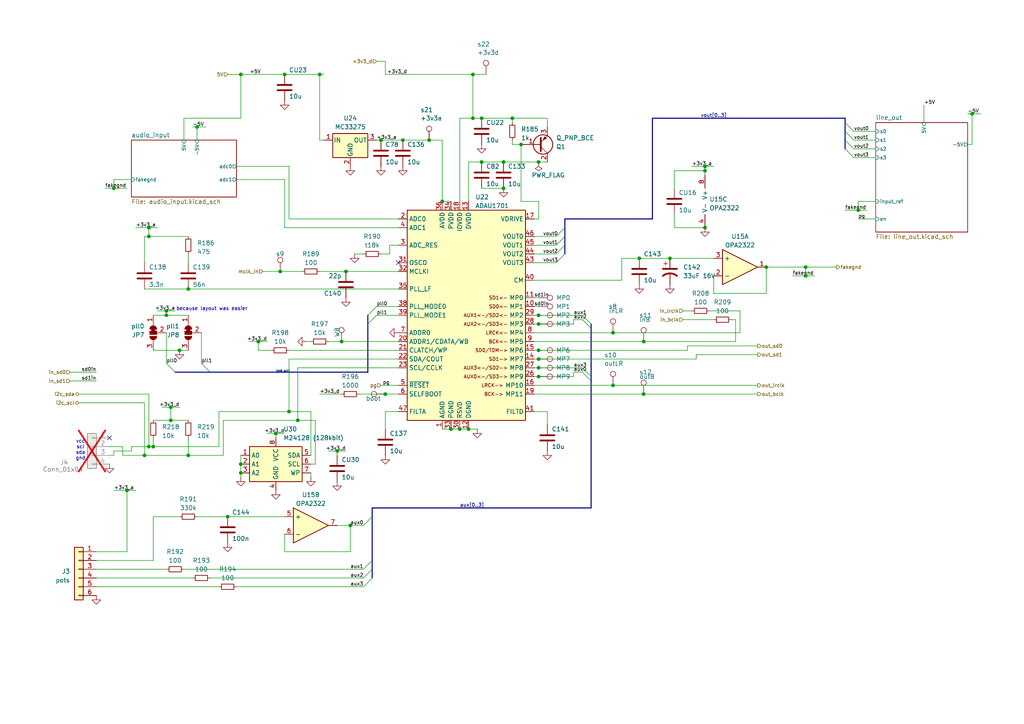
<source format=kicad_sch>
(kicad_sch (version 20231120) (generator "eeschema") (generator_version "8.0")
  (paper "A4")
  (junction (at 135.89 124.46))
  (junction (at 146.05 46.99))
  (junction (at 139.7 46.99))
  (junction (at 116.84 40.64))
  (junction (at 204.47 48.26))
  (junction (at 49.53 121.92))
  (junction (at 156.21 101.6))
  (junction (at 156.21 104.14))
  (junction (at 81.28 78.74))
  (junction (at 111.76 114.3))
  (junction (at 186.69 99.06))
  (junction (at 139.7 34.29))
  (junction (at 156.21 93.98))
  (junction (at 124.46 40.64))
  (junction (at 177.8 96.52))
  (junction (at 97.79 130.81))
  (junction (at 148.59 34.29))
  (junction (at 49.53 118.11))
  (junction (at 82.55 21.59))
  (junction (at 156.21 46.99))
  (junction (at 204.47 66.04))
  (junction (at 86.36 121.92))
  (junction (at 128.27 58.42))
  (junction (at 43.18 68.58))
  (junction (at 156.21 109.22))
  (junction (at 69.85 137.16))
  (junction (at 66.04 149.86))
  (junction (at 137.16 21.59))
  (junction (at 83.82 119.38))
  (junction (at 54.61 132.08))
  (junction (at 133.35 124.46))
  (junction (at 186.69 114.3))
  (junction (at 156.21 91.44))
  (junction (at 281.94 33.02))
  (junction (at 194.31 74.93))
  (junction (at 57.15 36.83))
  (junction (at 233.68 80.01))
  (junction (at 33.02 54.61))
  (junction (at 233.68 77.47))
  (junction (at 44.45 129.54))
  (junction (at 156.21 106.68))
  (junction (at 177.8 111.76))
  (junction (at 41.91 132.08))
  (junction (at 185.42 74.93))
  (junction (at 92.71 21.59))
  (junction (at 74.93 99.06))
  (junction (at 99.06 99.06))
  (junction (at 43.18 129.54))
  (junction (at 222.25 77.47))
  (junction (at 48.26 90.17))
  (junction (at 36.83 142.24))
  (junction (at 110.49 40.64))
  (junction (at 80.01 125.73))
  (junction (at 52.07 101.6))
  (junction (at 248.92 60.96))
  (junction (at 54.61 83.82))
  (junction (at 69.85 21.59))
  (junction (at 43.18 66.04))
  (junction (at 100.33 78.74))
  (junction (at 69.85 134.62))
  (junction (at 137.16 34.29))
  (junction (at 130.81 124.46))
  (junction (at 204.47 49.53))
  (junction (at 48.26 91.44))
  (junction (at 146.05 54.61))
  (junction (at 151.13 41.91))
  (junction (at 101.6 152.4))
  (no_connect (at 115.57 76.2))
  (no_connect (at 31.75 127))
  (bus_entry (at 106.68 91.44) (size 2.54 -2.54))
  (bus_entry (at 171.45 109.22) (size -2.54 -2.54))
  (bus_entry (at 107.95 167.64) (size -2.54 2.54))
  (bus_entry (at 106.68 93.98) (size 2.54 -2.54))
  (bus_entry (at 245.11 35.56) (size 2.54 2.54))
  (bus_entry (at 171.45 95.25) (size -2.54 -2.54))
  (bus_entry (at 245.11 38.1) (size 2.54 2.54))
  (bus_entry (at 245.11 43.18) (size 2.54 2.54))
  (bus_entry (at 107.95 165.1) (size -2.54 2.54))
  (bus_entry (at 163.83 66.04) (size -2.54 2.54))
  (bus_entry (at 163.83 71.12) (size -2.54 2.54))
  (bus_entry (at 171.45 110.49) (size -2.54 -2.54))
  (bus_entry (at 107.95 149.86) (size -2.54 2.54))
  (bus_entry (at 107.95 162.56) (size -2.54 2.54))
  (bus_entry (at 163.83 73.66) (size -2.54 2.54))
  (bus_entry (at 171.45 93.98) (size -2.54 -2.54))
  (bus_entry (at 245.11 40.64) (size 2.54 2.54))
  (bus_entry (at 60.96 107.95) (size -2.54 -2.54))
  (bus_entry (at 50.8 107.95) (size -2.54 -2.54))
  (bus_entry (at 163.83 68.58) (size -2.54 2.54))
  (wire (pts (xy 92.71 40.64) (xy 92.71 21.59)))
  (wire (pts (xy 27.94 170.18) (xy 63.5 170.18)))
  (wire (pts (xy 156.21 109.22) (xy 154.94 109.22)))
  (bus (pts (xy 163.83 71.12) (xy 163.83 68.58)))
  (wire (pts (xy 154.94 99.06) (xy 186.69 99.06)))
  (wire (pts (xy 27.94 107.95) (xy 20.32 107.95)))
  (bus (pts (xy 106.68 91.44) (xy 106.68 93.98)))
  (bus (pts (xy 163.83 66.04) (xy 163.83 63.5)))
  (wire (pts (xy 38.1 129.54) (xy 43.18 129.54)))
  (wire (pts (xy 43.18 66.04) (xy 43.18 68.58)))
  (wire (pts (xy 101.6 160.02) (xy 101.6 152.4)))
  (wire (pts (xy 245.11 60.96) (xy 248.92 60.96)))
  (wire (pts (xy 137.16 34.29) (xy 139.7 34.29)))
  (wire (pts (xy 97.79 130.81) (xy 100.33 130.81)))
  (wire (pts (xy 111.76 17.78) (xy 111.76 21.59)))
  (wire (pts (xy 41.91 132.08) (xy 54.61 132.08)))
  (wire (pts (xy 135.89 46.99) (xy 135.89 58.42)))
  (wire (pts (xy 82.55 160.02) (xy 101.6 160.02)))
  (wire (pts (xy 57.15 36.83) (xy 59.69 36.83)))
  (wire (pts (xy 110.49 73.66) (xy 113.03 73.66)))
  (wire (pts (xy 95.25 130.81) (xy 97.79 130.81)))
  (wire (pts (xy 248.92 63.5) (xy 254 63.5)))
  (wire (pts (xy 109.22 88.9) (xy 115.57 88.9)))
  (wire (pts (xy 207.01 80.01) (xy 207.01 85.09)))
  (wire (pts (xy 31.75 132.08) (xy 33.02 132.08)))
  (wire (pts (xy 109.22 91.44) (xy 115.57 91.44)))
  (wire (pts (xy 154.94 114.3) (xy 186.69 114.3)))
  (wire (pts (xy 128.27 58.42) (xy 130.81 58.42)))
  (wire (pts (xy 57.15 36.83) (xy 57.15 40.64)))
  (wire (pts (xy 154.94 88.9) (xy 156.21 88.9)))
  (wire (pts (xy 86.36 106.68) (xy 115.57 106.68)))
  (bus (pts (xy 106.68 93.98) (xy 106.68 107.95)))
  (wire (pts (xy 44.45 162.56) (xy 44.45 149.86)))
  (wire (pts (xy 39.37 66.04) (xy 43.18 66.04)))
  (wire (pts (xy 68.58 170.18) (xy 105.41 170.18)))
  (wire (pts (xy 82.55 66.04) (xy 82.55 52.07)))
  (wire (pts (xy 139.7 46.99) (xy 135.89 46.99)))
  (bus (pts (xy 171.45 109.22) (xy 171.45 110.49)))
  (wire (pts (xy 69.85 137.16) (xy 69.85 138.43)))
  (wire (pts (xy 27.94 162.56) (xy 44.45 162.56)))
  (wire (pts (xy 213.36 92.71) (xy 213.36 99.06)))
  (wire (pts (xy 154.94 68.58) (xy 161.29 68.58)))
  (wire (pts (xy 151.13 58.42) (xy 151.13 41.91)))
  (wire (pts (xy 95.25 99.06) (xy 99.06 99.06)))
  (wire (pts (xy 22.86 116.84) (xy 41.91 116.84)))
  (wire (pts (xy 97.79 152.4) (xy 101.6 152.4)))
  (wire (pts (xy 90.17 137.16) (xy 90.17 138.43)))
  (wire (pts (xy 201.93 102.87) (xy 201.93 104.14)))
  (wire (pts (xy 180.34 74.93) (xy 180.34 81.28)))
  (wire (pts (xy 83.82 63.5) (xy 115.57 63.5)))
  (wire (pts (xy 30.48 54.61) (xy 33.02 54.61)))
  (wire (pts (xy 72.39 99.06) (xy 74.93 99.06)))
  (wire (pts (xy 43.18 114.3) (xy 43.18 129.54)))
  (wire (pts (xy 154.94 104.14) (xy 156.21 104.14)))
  (wire (pts (xy 45.72 90.17) (xy 48.26 90.17)))
  (wire (pts (xy 77.47 125.73) (xy 80.01 125.73)))
  (wire (pts (xy 81.28 78.74) (xy 87.63 78.74)))
  (wire (pts (xy 27.94 160.02) (xy 36.83 160.02)))
  (wire (pts (xy 44.45 91.44) (xy 48.26 91.44)))
  (wire (pts (xy 128.27 40.64) (xy 128.27 58.42)))
  (wire (pts (xy 35.56 132.08) (xy 41.91 132.08)))
  (wire (pts (xy 195.58 49.53) (xy 204.47 49.53)))
  (wire (pts (xy 133.35 124.46) (xy 135.89 124.46)))
  (wire (pts (xy 44.45 129.54) (xy 63.5 129.54)))
  (wire (pts (xy 111.76 124.46) (xy 111.76 119.38)))
  (wire (pts (xy 104.14 114.3) (xy 111.76 114.3)))
  (wire (pts (xy 54.61 101.6) (xy 52.07 101.6)))
  (wire (pts (xy 69.85 134.62) (xy 69.85 137.16)))
  (wire (pts (xy 64.77 132.08) (xy 64.77 121.92)))
  (wire (pts (xy 214.63 90.17) (xy 214.63 96.52)))
  (wire (pts (xy 180.34 74.93) (xy 185.42 74.93)))
  (wire (pts (xy 83.82 119.38) (xy 90.17 119.38)))
  (wire (pts (xy 92.71 78.74) (xy 100.33 78.74)))
  (wire (pts (xy 49.53 118.11) (xy 49.53 121.92)))
  (wire (pts (xy 156.21 104.14) (xy 201.93 104.14)))
  (wire (pts (xy 139.7 54.61) (xy 146.05 54.61)))
  (bus (pts (xy 171.45 95.25) (xy 171.45 109.22)))
  (wire (pts (xy 247.65 40.64) (xy 254 40.64)))
  (wire (pts (xy 148.59 41.91) (xy 148.59 40.64)))
  (wire (pts (xy 48.26 91.44) (xy 54.61 91.44)))
  (wire (pts (xy 204.47 48.26) (xy 207.01 48.26)))
  (wire (pts (xy 133.35 34.29) (xy 137.16 34.29)))
  (wire (pts (xy 198.12 90.17) (xy 200.66 90.17)))
  (wire (pts (xy 199.39 101.6) (xy 156.21 101.6)))
  (wire (pts (xy 130.81 124.46) (xy 133.35 124.46)))
  (wire (pts (xy 93.98 40.64) (xy 92.71 40.64)))
  (wire (pts (xy 166.37 92.71) (xy 166.37 93.98)))
  (wire (pts (xy 166.37 93.98) (xy 156.21 93.98)))
  (wire (pts (xy 207.01 85.09) (xy 222.25 85.09)))
  (wire (pts (xy 102.87 73.66) (xy 105.41 73.66)))
  (wire (pts (xy 74.93 101.6) (xy 74.93 99.06)))
  (wire (pts (xy 83.82 48.26) (xy 83.82 63.5)))
  (bus (pts (xy 107.95 165.1) (xy 107.95 162.56)))
  (wire (pts (xy 248.92 58.42) (xy 254 58.42)))
  (wire (pts (xy 204.47 48.26) (xy 204.47 49.53)))
  (wire (pts (xy 44.45 101.6) (xy 52.07 101.6)))
  (wire (pts (xy 69.85 34.29) (xy 53.34 34.29)))
  (wire (pts (xy 100.33 78.74) (xy 115.57 78.74)))
  (wire (pts (xy 44.45 127) (xy 44.45 129.54)))
  (wire (pts (xy 48.26 90.17) (xy 50.8 90.17)))
  (wire (pts (xy 33.02 142.24) (xy 36.83 142.24)))
  (wire (pts (xy 41.91 68.58) (xy 43.18 68.58)))
  (wire (pts (xy 113.03 71.12) (xy 115.57 71.12)))
  (wire (pts (xy 219.71 100.33) (xy 199.39 100.33)))
  (bus (pts (xy 245.11 38.1) (xy 245.11 40.64)))
  (wire (pts (xy 57.15 149.86) (xy 66.04 149.86)))
  (wire (pts (xy 49.53 121.92) (xy 54.61 121.92)))
  (wire (pts (xy 148.59 34.29) (xy 148.59 35.56)))
  (wire (pts (xy 247.65 43.18) (xy 254 43.18)))
  (wire (pts (xy 69.85 21.59) (xy 82.55 21.59)))
  (bus (pts (xy 245.11 40.64) (xy 245.11 43.18)))
  (wire (pts (xy 110.49 40.64) (xy 116.84 40.64)))
  (wire (pts (xy 154.94 76.2) (xy 161.29 76.2)))
  (wire (pts (xy 154.94 111.76) (xy 177.8 111.76)))
  (wire (pts (xy 54.61 127) (xy 54.61 132.08)))
  (wire (pts (xy 124.46 40.64) (xy 128.27 40.64)))
  (bus (pts (xy 171.45 93.98) (xy 171.45 95.25)))
  (wire (pts (xy 80.01 125.73) (xy 80.01 127)))
  (wire (pts (xy 111.76 114.3) (xy 115.57 114.3)))
  (wire (pts (xy 66.04 149.86) (xy 82.55 149.86)))
  (wire (pts (xy 154.94 71.12) (xy 161.29 71.12)))
  (wire (pts (xy 139.7 34.29) (xy 148.59 34.29)))
  (wire (pts (xy 151.13 41.91) (xy 148.59 41.91)))
  (wire (pts (xy 41.91 76.2) (xy 41.91 68.58)))
  (wire (pts (xy 154.94 96.52) (xy 177.8 96.52)))
  (wire (pts (xy 154.94 101.6) (xy 156.21 101.6)))
  (wire (pts (xy 33.02 52.07) (xy 33.02 54.61)))
  (wire (pts (xy 233.68 80.01) (xy 236.22 80.01)))
  (wire (pts (xy 247.65 38.1) (xy 254 38.1)))
  (bus (pts (xy 107.95 167.64) (xy 107.95 165.1)))
  (wire (pts (xy 166.37 109.22) (xy 156.21 109.22)))
  (wire (pts (xy 83.82 101.6) (xy 115.57 101.6)))
  (wire (pts (xy 38.1 52.07) (xy 33.02 52.07)))
  (wire (pts (xy 111.76 17.78) (xy 109.22 17.78)))
  (wire (pts (xy 92.71 21.59) (xy 93.98 21.59)))
  (bus (pts (xy 60.96 107.95) (xy 106.68 107.95)))
  (wire (pts (xy 166.37 92.71) (xy 168.91 92.71)))
  (wire (pts (xy 200.66 48.26) (xy 204.47 48.26)))
  (wire (pts (xy 137.16 21.59) (xy 137.16 34.29)))
  (wire (pts (xy 166.37 107.95) (xy 166.37 109.22)))
  (wire (pts (xy 36.83 160.02) (xy 36.83 142.24)))
  (wire (pts (xy 74.93 99.06) (xy 77.47 99.06)))
  (wire (pts (xy 177.8 96.52) (xy 214.63 96.52)))
  (wire (pts (xy 82.55 154.94) (xy 82.55 160.02)))
  (wire (pts (xy 69.85 132.08) (xy 69.85 134.62)))
  (wire (pts (xy 154.94 63.5) (xy 156.21 63.5)))
  (wire (pts (xy 180.34 81.28) (xy 154.94 81.28)))
  (wire (pts (xy 166.37 107.95) (xy 168.91 107.95)))
  (wire (pts (xy 41.91 116.84) (xy 41.91 132.08)))
  (wire (pts (xy 36.83 142.24) (xy 39.37 142.24)))
  (wire (pts (xy 54.61 83.82) (xy 115.57 83.82)))
  (wire (pts (xy 229.87 80.01) (xy 233.68 80.01)))
  (wire (pts (xy 91.44 121.92) (xy 91.44 134.62)))
  (wire (pts (xy 281.94 33.02) (xy 284.48 33.02)))
  (wire (pts (xy 248.92 60.96) (xy 251.46 60.96)))
  (wire (pts (xy 27.94 167.64) (xy 55.88 167.64)))
  (wire (pts (xy 22.86 114.3) (xy 43.18 114.3)))
  (wire (pts (xy 83.82 104.14) (xy 115.57 104.14)))
  (bus (pts (xy 107.95 147.32) (xy 171.45 147.32)))
  (wire (pts (xy 204.47 49.53) (xy 204.47 50.8)))
  (wire (pts (xy 205.74 90.17) (xy 214.63 90.17)))
  (wire (pts (xy 88.9 99.06) (xy 90.17 99.06)))
  (wire (pts (xy 233.68 80.01) (xy 233.68 77.47)))
  (wire (pts (xy 156.21 91.44) (xy 168.91 91.44)))
  (wire (pts (xy 43.18 66.04) (xy 45.72 66.04)))
  (wire (pts (xy 219.71 102.87) (xy 201.93 102.87)))
  (wire (pts (xy 83.82 104.14) (xy 83.82 119.38)))
  (wire (pts (xy 69.85 21.59) (xy 69.85 34.29)))
  (wire (pts (xy 248.92 60.96) (xy 248.92 58.42)))
  (wire (pts (xy 233.68 77.47) (xy 242.57 77.47)))
  (wire (pts (xy 44.45 121.92) (xy 49.53 121.92)))
  (wire (pts (xy 154.94 91.44) (xy 156.21 91.44)))
  (wire (pts (xy 195.58 66.04) (xy 204.47 66.04)))
  (wire (pts (xy 27.94 165.1) (xy 48.26 165.1)))
  (wire (pts (xy 66.04 21.59) (xy 69.85 21.59)))
  (wire (pts (xy 267.97 30.48) (xy 267.97 35.56)))
  (bus (pts (xy 171.45 110.49) (xy 171.45 147.32)))
  (wire (pts (xy 156.21 63.5) (xy 156.21 58.42)))
  (wire (pts (xy 156.21 106.68) (xy 154.94 106.68)))
  (wire (pts (xy 33.02 54.61) (xy 36.83 54.61)))
  (wire (pts (xy 199.39 100.33) (xy 199.39 101.6)))
  (wire (pts (xy 158.75 34.29) (xy 148.59 34.29)))
  (wire (pts (xy 133.35 34.29) (xy 133.35 58.42)))
  (wire (pts (xy 280.67 33.02) (xy 281.94 33.02)))
  (wire (pts (xy 156.21 46.99) (xy 146.05 46.99)))
  (wire (pts (xy 78.74 101.6) (xy 74.93 101.6)))
  (wire (pts (xy 31.75 129.54) (xy 35.56 129.54)))
  (wire (pts (xy 33.02 132.08) (xy 33.02 130.81)))
  (wire (pts (xy 54.61 132.08) (xy 64.77 132.08)))
  (wire (pts (xy 63.5 129.54) (xy 63.5 119.38)))
  (wire (pts (xy 111.76 21.59) (xy 137.16 21.59)))
  (wire (pts (xy 38.1 130.81) (xy 38.1 129.54)))
  (wire (pts (xy 186.69 114.3) (xy 219.71 114.3)))
  (wire (pts (xy 109.22 40.64) (xy 110.49 40.64)))
  (wire (pts (xy 90.17 119.38) (xy 90.17 132.08)))
  (wire (pts (xy 91.44 134.62) (xy 90.17 134.62)))
  (bus (pts (xy 189.23 63.5) (xy 189.23 34.29)))
  (wire (pts (xy 280.67 41.91) (xy 281.94 41.91)))
  (wire (pts (xy 186.69 99.06) (xy 213.36 99.06)))
  (wire (pts (xy 156.21 106.68) (xy 168.91 106.68)))
  (wire (pts (xy 49.53 118.11) (xy 52.07 118.11)))
  (wire (pts (xy 63.5 119.38) (xy 83.82 119.38)))
  (wire (pts (xy 116.84 40.64) (xy 124.46 40.64)))
  (wire (pts (xy 48.26 96.52) (xy 48.26 105.41)))
  (wire (pts (xy 27.94 110.49) (xy 20.32 110.49)))
  (wire (pts (xy 137.16 21.59) (xy 140.97 21.59)))
  (wire (pts (xy 212.09 92.71) (xy 213.36 92.71)))
  (wire (pts (xy 194.31 74.93) (xy 207.01 74.93)))
  (wire (pts (xy 46.99 118.11) (xy 49.53 118.11)))
  (wire (pts (xy 158.75 119.38) (xy 158.75 123.19)))
  (wire (pts (xy 54.61 73.66) (xy 54.61 76.2)))
  (bus (pts (xy 245.11 35.56) (xy 245.11 38.1)))
  (wire (pts (xy 97.79 130.81) (xy 97.79 132.08)))
  (wire (pts (xy 177.8 111.76) (xy 219.71 111.76)))
  (wire (pts (xy 86.36 106.68) (xy 86.36 121.92)))
  (wire (pts (xy 156.21 93.98) (xy 154.94 93.98)))
  (wire (pts (xy 48.26 91.44) (xy 48.26 90.17)))
  (wire (pts (xy 99.06 99.06) (xy 115.57 99.06)))
  (wire (pts (xy 41.91 83.82) (xy 54.61 83.82)))
  (wire (pts (xy 156.21 58.42) (xy 151.13 58.42)))
  (wire (pts (xy 185.42 74.93) (xy 194.31 74.93)))
  (wire (pts (xy 44.45 149.86) (xy 52.07 149.86)))
  (wire (pts (xy 86.36 121.92) (xy 91.44 121.92)))
  (wire (pts (xy 111.76 119.38) (xy 115.57 119.38)))
  (wire (pts (xy 35.56 129.54) (xy 35.56 132.08)))
  (wire (pts (xy 222.25 77.47) (xy 233.68 77.47)))
  (wire (pts (xy 76.2 78.74) (xy 81.28 78.74)))
  (wire (pts (xy 64.77 121.92) (xy 86.36 121.92)))
  (wire (pts (xy 58.42 96.52) (xy 58.42 105.41)))
  (wire (pts (xy 55.88 36.83) (xy 57.15 36.83)))
  (wire (pts (xy 135.89 124.46) (xy 138.43 124.46)))
  (wire (pts (xy 33.02 130.81) (xy 38.1 130.81)))
  (bus (pts (xy 163.83 73.66) (xy 163.83 71.12)))
  (wire (pts (xy 198.12 92.71) (xy 207.01 92.71)))
  (wire (pts (xy 115.57 66.04) (xy 82.55 66.04)))
  (wire (pts (xy 154.94 119.38) (xy 158.75 119.38)))
  (wire (pts (xy 158.75 36.83) (xy 158.75 34.29)))
  (wire (pts (xy 82.55 52.07) (xy 68.58 52.07)))
  (wire (pts (xy 53.34 34.29) (xy 53.34 40.64)))
  (wire (pts (xy 82.55 21.59) (xy 92.71 21.59)))
  (bus (pts (xy 107.95 149.86) (xy 107.95 147.32)))
  (wire (pts (xy 247.65 45.72) (xy 254 45.72)))
  (wire (pts (xy 222.25 85.09) (xy 222.25 77.47)))
  (wire (pts (xy 60.96 167.64) (xy 105.41 167.64)))
  (bus (pts (xy 163.83 68.58) (xy 163.83 66.04)))
  (bus (pts (xy 245.11 34.29) (xy 245.11 35.56)))
  (wire (pts (xy 80.01 125.73) (xy 82.55 125.73)))
  (wire (pts (xy 110.49 111.76) (xy 115.57 111.76)))
  (bus (pts (xy 50.8 107.95) (xy 60.96 107.95)))
  (wire (pts (xy 146.05 46.99) (xy 139.7 46.99)))
  (wire (pts (xy 92.71 114.3) (xy 99.06 114.3)))
  (wire (pts (xy 101.6 152.4) (xy 105.41 152.4)))
  (wire (pts (xy 53.34 165.1) (xy 105.41 165.1)))
  (wire (pts (xy 43.18 129.54) (xy 44.45 129.54)))
  (bus (pts (xy 189.23 34.29) (xy 245.11 34.29)))
  (wire (pts (xy 195.58 62.23) (xy 195.58 66.04)))
  (bus (pts (xy 107.95 162.56) (xy 107.95 149.86)))
  (bus (pts (xy 163.83 63.5) (xy 189.23 63.5)))
  (wire (pts (xy 154.94 73.66) (xy 161.29 73.66)))
  (wire (pts (xy 68.58 48.26) (xy 83.82 48.26)))
  (wire (pts (xy 158.75 46.99) (xy 156.21 46.99)))
  (wire (pts (xy 113.03 73.66) (xy 113.03 71.12)))
  (wire (pts (xy 128.27 124.46) (xy 130.81 124.46)))
  (wire (pts (xy 281.94 41.91) (xy 281.94 33.02)))
  (wire (pts (xy 43.18 68.58) (xy 54.61 68.58)))
  (wire (pts (xy 154.94 86.36) (xy 156.21 86.36)))
  (wire (pts (xy 195.58 54.61) (xy 195.58 49.53)))
  (text "vcc\nscl\nsda\ngnd" (at 23.368 130.556 0) (effects (font (size 1.016 1.016))))
  (text "because layout was easier" (at 61.468 89.662 0) (effects (font (size 1.016 1.016))))
  (label "sd1in" (at 154.94 86.36 0) (effects (font (size 1.016 1.016))))
  (label "+3v3_a" (at 109.22 40.64 0) (effects (font (size 1.016 1.016))))
  (label "+3v3_d" (at 77.47 99.06 180) (effects (font (size 1.016 1.016))))
  (label "vout3" (at 157.48 76.2 0) (effects (font (size 1.016 1.016))))
  (label "+3v3_d" (at 82.55 125.73 180) (effects (font (size 1.016 1.016))))
  (label "+3v3_a" (at 50.8 90.17 180) (effects (font (size 1.016 1.016))))
  (label "+5V" (at 267.97 30.48 0) (effects (font (size 1.016 1.016))))
  (label "aux2" (at 166.37 92.71 0) (effects (font (size 1.016 1.016))))
  (label "vout2" (at 157.48 73.66 0) (effects (font (size 1.016 1.016))))
  (label "-5V" (at 55.88 36.83 0) (effects (font (size 1.016 1.016))))
  (label "aux1" (at 101.6 165.1 0) (effects (font (size 1.016 1.016))))
  (label "sd0in" (at 154.94 88.9 0) (effects (font (size 1.016 1.016))))
  (label "+3v3_a" (at 39.37 66.04 0) (effects (font (size 1.016 1.016))))
  (label "pll1" (at 109.22 91.44 0) (effects (font (size 1.016 1.016))))
  (label "aux2" (at 101.6 167.64 0) (effects (font (size 1.016 1.016))))
  (label "pll0" (at 48.26 105.41 0) (effects (font (size 1.016 1.016))))
  (label "+3v3_a" (at 33.02 142.24 0) (effects (font (size 1.016 1.016))))
  (label "+3v3_d" (at 118.11 21.59 180) (effects (font (size 1.016 1.016))))
  (label "vout0" (at 247.65 38.1 0) (effects (font (size 1.016 1.016))))
  (label "aux1" (at 166.37 91.44 0) (effects (font (size 1.016 1.016))))
  (label "vout2" (at 247.65 43.18 0) (effects (font (size 1.016 1.016))))
  (label "-5V" (at 280.67 33.02 0) (effects (font (size 1.016 1.016))))
  (label "aux3" (at 166.37 106.68 0) (effects (font (size 1.016 1.016))))
  (label "+3v3_d" (at 52.07 118.11 180) (effects (font (size 1.016 1.016))))
  (label "fakegnd" (at 30.48 54.61 0) (effects (font (size 1.016 1.016))))
  (label "+3v3_d" (at 92.71 114.3 0) (effects (font (size 1.016 1.016))))
  (label "aux3" (at 101.6 170.18 0) (effects (font (size 1.016 1.016))))
  (label "pll1" (at 58.42 105.41 0) (effects (font (size 1.016 1.016))))
  (label "+3v3_a" (at 200.66 48.26 0) (effects (font (size 1.016 1.016))))
  (label "vout3" (at 247.65 45.72 0) (effects (font (size 1.016 1.016))))
  (label "{pll0 pll1}" (at 80.01 107.95 0) (effects (font (size 0.5 0.5))))
  (label "sd0in" (at 27.94 107.95 180) (effects (font (size 1.016 1.016))))
  (label "pg" (at 113.03 111.76 180) (effects (font (size 1.016 1.016))))
  (label "aux[0..3]" (at 133.35 147.32 0) (effects (font (size 1.016 1.016))))
  (label "fakegnd" (at 245.11 60.96 0) (effects (font (size 1.016 1.016))))
  (label "fakegnd" (at 229.87 80.01 0) (effects (font (size 1.016 1.016))))
  (label "vout[0..3]" (at 203.2 34.29 0) (effects (font (size 1.016 1.016))))
  (label "vout0" (at 157.48 68.58 0) (effects (font (size 1.016 1.016))))
  (label "+5V" (at 72.39 21.59 0) (effects (font (size 1.016 1.016))))
  (label "vout1" (at 157.48 71.12 0) (effects (font (size 1.016 1.016))))
  (label "+3v3_d" (at 100.33 130.81 180) (effects (font (size 1.016 1.016))))
  (label "vout1" (at 247.65 40.64 0) (effects (font (size 1.016 1.016))))
  (label "aux0" (at 166.37 107.95 0) (effects (font (size 1.016 1.016))))
  (label "sd1in" (at 27.94 110.49 180) (effects (font (size 1.016 1.016))))
  (label "pg" (at 248.92 63.5 0) (effects (font (size 1.016 1.016))))
  (label "pll0" (at 109.22 88.9 0) (effects (font (size 1.016 1.016))))
  (label "aux0" (at 101.6 152.4 0) (effects (font (size 1.016 1.016))))
  (hierarchical_label "out_sd0" (shape output) (at 219.71 100.33 0) (effects (font (size 1.016 1.016))))
  (hierarchical_label "i2c_sda" (shape bidirectional) (at 22.86 114.3 180) (effects (font (size 1.016 1.016))))
  (hierarchical_label "fakegnd" (shape output) (at 242.57 77.47 0) (effects (font (size 1.016 1.016))))
  (hierarchical_label "+3v3_d" (shape input) (at 109.22 17.78 180) (effects (font (size 1.016 1.016))))
  (hierarchical_label "pg" (shape input) (at 110.49 111.76 180) (effects (font (size 1.016 1.016))))
  (hierarchical_label "mclk_in" (shape input) (at 76.2 78.74 180) (effects (font (size 1.016 1.016))))
  (hierarchical_label "in_lrclk" (shape input) (at 198.12 90.17 180) (effects (font (size 1.016 1.016))))
  (hierarchical_label "in_sd0" (shape input) (at 20.32 107.95 180) (effects (font (size 1.016 1.016))))
  (hierarchical_label "i2c_scl" (shape bidirectional) (at 22.86 116.84 180) (effects (font (size 1.016 1.016))))
  (hierarchical_label "5V" (shape input) (at 66.04 21.59 180) (effects (font (size 1.016 1.016))))
  (hierarchical_label "out_lrclk" (shape output) (at 219.71 111.76 0) (effects (font (size 1.016 1.016))))
  (hierarchical_label "out_bclk" (shape output) (at 219.71 114.3 0) (effects (font (size 1.016 1.016))))
  (hierarchical_label "in_sd1" (shape input) (at 20.32 110.49 180) (effects (font (size 1.016 1.016))))
  (hierarchical_label "out_sd1" (shape output) (at 219.71 102.87 0) (effects (font (size 1.016 1.016))))
  (hierarchical_label "in_bclk" (shape input) (at 198.12 92.71 180) (effects (font (size 1.016 1.016))))
  (symbol (lib_id "Device:R_Small") (at 50.8 165.1 270) (unit 1)
    (property "Reference" "R192" (at 50.8 160.02 90))
    (property "Value" "100" (at 50.8 162.56 90))
    (property "Footprint" "invendelirium_audio:R_0603" (effects (hide yes)))
  )
  (symbol (lib_id "Device:C") (at 158.75 127 0) (unit 1)
    (property "Reference" "C141" (at 160.02 124.46 0) (effects (justify left)))
    (property "Value" "10u" (at 160.02 129.54 0) (effects (justify left)))
    (property "Footprint" "invendelirium_audio:C_0603_larger" (effects (hide yes)))
    (property "Voltage" "16V" (effects (hide yes)))
  )
  (symbol (lib_id "power:GND") (at 138.43 124.46 0) (unit 1)
    (property "Reference" "#PWR0155" (effects (hide yes)))
    (property "Value" "GND" (effects (hide yes)))
  )
  (symbol (lib_id "Device:R_Small") (at 107.95 73.66 270) (unit 1)
    (property "Reference" "R190" (at 107.95 68.58 90))
    (property "Value" "t18k" (at 107.95 71.12 90))
    (property "Footprint" "invendelirium_audio:R_0603" (effects (hide yes)))
    (property "PN" "RT0603DRD0718KL" (effects (hide yes)))
  )
  (symbol (lib_id "Regulator_Linear:L7805") (at 101.6 40.64 0) (unit 1)
    (property "Reference" "U24" (at 101.6 34.29 0))
    (property "Value" "MC33275" (at 101.6 36.83 0))
    (property "Footprint" "invendelirium_general:SOT-223-3_TabPin2" (effects (hide yes)))
    (property "PN" "MC33275ST-3.3" (effects (hide yes)))
  )
  (symbol (lib_id "Connector_Generic:Conn_01x06") (at 22.86 165.1 0) (mirror y) (unit 1)
    (property "Reference" "J3" (at 20.32 165.735 0) (effects (justify left)))
    (property "Value" "pots" (at 20.32 168.275 0) (effects (justify left)))
    (property "Footprint" "Connector_JST:JST_GH_BM06B-GHS-TBT_1x06-1MP_P1.25mm_Vertical" (effects (hide yes)))
    (property "PN" "BM03B-GHS-TBT" (effects (hide yes)))
  )
  (symbol (lib_id "Device:R_Small") (at 90.17 78.74 270) (unit 1)
    (property "Reference" "R189" (at 90.17 73.66 90))
    (property "Value" "100" (at 90.17 76.2 90))
    (property "Footprint" "invendelirium_audio:R_0603" (effects (hide yes)))
  )
  (symbol (lib_id "Device:C") (at 100.33 82.55 180) (unit 1)
    (property "Reference" "C140" (at 99.06 85.09 0) (effects (justify left)))
    (property "Value" "22p" (at 99.06 80.01 0) (effects (justify left)))
    (property "Footprint" "invendelirium_audio:C_0603" (effects (hide yes)))
    (property "Voltage" "16V" (effects (hide yes)))
  )
  (symbol (lib_id "Device:Opamp_Dual") (at 207.01 58.42 0) (unit 3)
    (property "Reference" "U15" (at 205.74 57.785 0) (effects (justify left)))
    (property "Value" "OPA2322" (at 205.74 60.325 0) (effects (justify left)))
    (property "Footprint" "invendelirium_audio:SOIC-8" (effects (hide yes)))
    (property "PN" "OPA2322AIDR" (effects (hide yes)))
  )
  (symbol (lib_id "power:GND") (at 102.87 73.66 0) (unit 1)
    (property "Reference" "#PWR0160" (effects (hide yes)))
    (property "Value" "GND" (effects (hide yes)))
  )
  (symbol (lib_id "power:GND") (at 31.75 134.62 0) (unit 1)
    (property "Reference" "#PWR0169" (effects (hide yes)))
    (property "Value" "GND" (effects (hide yes)))
  )
  (symbol (lib_id "Connector:TestPoint") (at 186.69 99.06 0) (unit 1) (in_bom no)
    (property "Reference" "s11" (at 185.42 91.44 0) (effects (justify left)))
    (property "Value" "inB" (at 185.42 92.71 0) (effects (justify left)))
    (property "Footprint" "invendelirium_general:pad_1.2x1.5" (effects (hide yes)))
  )
  (symbol (lib_id "Connector:TestPoint") (at 156.21 104.14 270) (unit 1) (in_bom no)
    (property "Reference" "s18" (effects (hide yes)))
    (property "Value" "MP7" (at 161.29 104.14 90) (effects (justify left)))
    (property "Footprint" "invendelirium_general:pad_1.2x1.5" (effects (hide yes)))
  )
  (symbol (lib_id "power:GND") (at 185.42 82.55 0) (unit 1)
    (property "Reference" "#PWR0162" (effects (hide yes)))
    (property "Value" "GND" (effects (hide yes)))
  )
  (symbol (lib_id "Device:C") (at 82.55 25.4 0) (unit 1)
    (property "Reference" "CU23" (at 83.82 20.32 0) (effects (justify left)))
    (property "Value" "10u" (at 83.82 27.94 0) (effects (justify left)))
    (property "Footprint" "invendelirium_audio:C_0603_larger" (effects (hide yes)))
    (property "Voltage" "16V" (effects (hide yes)))
  )
  (symbol (lib_id "Device:R_Small") (at 81.28 101.6 90) (unit 1)
    (property "Reference" "R198" (at 81.28 96.52 90))
    (property "Value" "10k" (at 81.28 99.06 90))
    (property "Footprint" "invendelirium_audio:R_0603" (effects (hide yes)))
  )
  (symbol (lib_id "Device:Q_PNP_BCE") (at 156.21 41.91 0) (mirror x) (unit 1)
    (property "Reference" "Q1" (at 161.29 42.545 0) (effects (justify left)))
    (property "Value" "Q_PNP_BCE" (at 161.29 40.005 0) (effects (justify left)))
    (property "Footprint" "invendelirium_general:SOT23-3_PO123" (effects (hide yes)))
    (property "PN" "MMBT2907A" (effects (hide yes)))
  )
  (symbol (lib_id "Device:Opamp_Dual") (at 90.17 152.4 0) (unit 2)
    (property "Reference" "U15" (at 90.17 143.51 0))
    (property "Value" "OPA2322" (at 90.17 146.05 0))
    (property "Footprint" "invendelirium_audio:SOIC-8" (effects (hide yes)))
    (property "PN" "OPA2322AIDR" (effects (hide yes)))
  )
  (symbol (lib_id "Device:R_Small") (at 92.71 99.06 90) (unit 1)
    (property "Reference" "R197" (at 92.71 93.98 90))
    (property "Value" "10k" (at 92.71 96.52 90))
    (property "Footprint" "invendelirium_audio:R_0603" (effects (hide yes)))
  )
  (symbol (lib_id "Connector:TestPoint") (at 156.21 101.6 270) (unit 1) (in_bom no)
    (property "Reference" "s17" (effects (hide yes)))
    (property "Value" "MP6" (at 161.29 101.6 90) (effects (justify left)))
    (property "Footprint" "invendelirium_general:pad_1.2x1.5" (effects (hide yes)))
  )
  (symbol (lib_id "Device:Opamp_Dual") (at 214.63 77.47 0) (unit 1)
    (property "Reference" "U15" (at 214.63 68.58 0))
    (property "Value" "OPA2322" (at 214.63 71.12 0))
    (property "Footprint" "invendelirium_audio:SOIC-8" (effects (hide yes)))
    (property "PN" "OPA2322AIDR" (effects (hide yes)))
  )
  (symbol (lib_id "power:GND") (at 88.9 99.06 270) (unit 1)
    (property "Reference" "#PWR0168" (effects (hide yes)))
    (property "Value" "GND" (effects (hide yes)))
  )
  (symbol (lib_id "power:GND") (at 66.04 157.48 0) (unit 1)
    (property "Reference" "#PWR0166" (effects (hide yes)))
    (property "Value" "GND" (effects (hide yes)))
  )
  (symbol (lib_id "power:GND") (at 139.7 41.91 0) (unit 1)
    (property "Reference" "#PWR0148" (effects (hide yes)))
    (property "Value" "GND" (effects (hide yes)))
  )
  (symbol (lib_id "power:GND") (at 194.31 82.55 0) (unit 1)
    (property "Reference" "#PWR0163" (effects (hide yes)))
    (property "Value" "GND" (effects (hide yes)))
  )
  (symbol (lib_id "power:GND") (at 146.05 54.61 0) (unit 1)
    (property "Reference" "#PWR0147" (effects (hide yes)))
    (property "Value" "GND" (effects (hide yes)))
  )
  (symbol (lib_id "Device:C") (at 97.79 135.89 0) (unit 1)
    (property "Reference" "CU30" (at 99.06 133.35 0) (effects (justify left)))
    (property "Value" "10u" (at 99.06 138.43 0) (effects (justify left)))
    (property "Footprint" "invendelirium_audio:C_0603_larger" (effects (hide yes)))
    (property "Voltage" "16V" (effects (hide yes)))
  )
  (symbol (lib_id "Connector:TestPoint") (at 177.8 111.76 0) (unit 1) (in_bom no)
    (property "Reference" "s10" (at 175.26 102.997 0) (effects (justify left)))
    (property "Value" "outLR" (at 175.26 105.41 0) (effects (justify left)))
    (property "Footprint" "invendelirium_general:pad_1.2x1.5" (effects (hide yes)))
  )
  (symbol (lib_id "power:GND") (at 115.57 96.52 270) (unit 1)
    (property "Reference" "#PWR0165" (effects (hide yes)))
    (property "Value" "GND" (effects (hide yes)))
  )
  (symbol (lib_id "power:GND") (at 90.17 138.43 0) (unit 1)
    (property "Reference" "#PWR0201" (effects (hide yes)))
    (property "Value" "GND" (effects (hide yes)))
  )
  (symbol (lib_id "Jumper:SolderJumper_3_Bridged12") (at 44.45 96.52 90) (mirror x) (unit 1) (in_bom no)
    (property "Reference" "JP7" (at 41.91 97.155 90) (effects (justify left)))
    (property "Value" "pll0" (at 41.91 94.615 90) (effects (justify left)))
    (property "Footprint" "invendelirium_audio:solder-switch" (effects (hide yes)))
  )
  (symbol (lib_id "power:GND") (at 80.01 142.24 0) (unit 1)
    (property "Reference" "#PWR0199" (effects (hide yes)))
    (property "Value" "GND" (effects (hide yes)))
  )
  (symbol (lib_id "Device:R_Small") (at 44.45 124.46 180) (unit 1)
    (property "Reference" "R218" (at 46.99 123.825 0) (effects (justify right)))
    (property "Value" "10k" (at 46.99 126.365 0) (effects (justify right)))
    (property "Footprint" "invendelirium_audio:R_0603" (effects (hide yes)))
  )
  (symbol (lib_id "power:GND") (at 27.94 172.72 0) (unit 1)
    (property "Reference" "#PWR0167" (effects (hide yes)))
    (property "Value" "GND" (effects (hide yes)))
  )
  (symbol (lib_id "Memory_EEPROM:AT24CS01-XHM") (at 80.01 134.62 0) (unit 1)
    (property "Reference" "U30" (at 82.2041 124.46 0) (effects (justify left)))
    (property "Value" "M24128 (128kbit)" (at 82.2041 127 0) (effects (justify left)))
    (property "Footprint" "invendelirium_general:TSSOP-8_STM" (effects (hide yes)))
    (property "PN" "M24128-**DW" (effects (hide yes)))
  )
  (symbol (lib_id "Device:C") (at 139.7 50.8 0) (unit 1)
    (property "Reference" "C82" (at 140.97 48.26 0) (effects (justify left)))
    (property "Value" "10u" (at 140.97 53.34 0) (effects (justify left)))
    (property "Footprint" "invendelirium_audio:C_0603_larger" (effects (hide yes)))
    (property "Voltage" "16V" (effects (hide yes)))
  )
  (symbol (lib_id "Connector:TestPoint") (at 156.21 106.68 270) (unit 1) (in_bom no)
    (property "Reference" "s19" (effects (hide yes)))
    (property "Value" "MP8" (at 161.29 106.68 90) (effects (justify left)))
    (property "Footprint" "invendelirium_general:pad_1.2x1.5" (effects (hide yes)))
  )
  (symbol (lib_id "Connector:TestPoint") (at 99.06 99.06 0) (unit 1) (in_bom no)
    (property "Reference" "s27" (effects (hide yes)))
    (property "Value" "WB" (at 97.79 97.79 90) (effects (justify left)))
    (property "Footprint" "invendelirium_general:pad_1.2x1.5" (effects (hide yes)))
  )
  (symbol (lib_id "power:GND") (at 116.84 48.26 0) (unit 1)
    (property "Reference" "#PWR0153" (effects (hide yes)))
    (property "Value" "GND" (effects (hide yes)))
  )
  (symbol (lib_id "power:GND") (at 100.33 86.36 0) (unit 1)
    (property "Reference" "#PWR0157" (effects (hide yes)))
    (property "Value" "GND" (effects (hide yes)))
  )
  (symbol (lib_id "Connector:TestPoint") (at 156.21 91.44 270) (unit 1) (in_bom no)
    (property "Reference" "s15" (effects (hide yes)))
    (property "Value" "MP2" (at 161.29 91.44 90) (effects (justify left)))
    (property "Footprint" "invendelirium_general:pad_1.2x1.5" (effects (hide yes)))
  )
  (symbol (lib_id "power:GND") (at 111.76 132.08 0) (unit 1)
    (property "Reference" "#PWR0156" (effects (hide yes)))
    (property "Value" "GND" (effects (hide yes)))
  )
  (symbol (lib_id "Device:R_Small") (at 203.2 90.17 270) (unit 1)
    (property "Reference" "R208" (at 203.2 85.09 90))
    (property "Value" "100" (at 203.2 87.63 90))
    (property "Footprint" "invendelirium_audio:R_0603" (effects (hide yes)))
  )
  (symbol (lib_id "power:PWR_FLAG") (at 156.21 46.99 180) (unit 1)
    (property "Reference" "#FLG011" (effects (hide yes)))
    (property "Value" "PWR_FLAG" (at 159.004 50.8 0))
    (property "Description" "Special symbol for telling ERC where power comes from" (effects (hide yes)))
  )
  (symbol (lib_id "Connector:TestPoint") (at 81.28 78.74 0) (unit 1) (in_bom no)
    (property "Reference" "s9" (at 80.01 73.66 0) (effects (justify left)))
    (property "Value" "mclk" (effects (hide yes)))
    (property "Footprint" "invendelirium_general:pad_1.2x1.5" (effects (hide yes)))
  )
  (symbol (lib_id "Device:C") (at 195.58 58.42 0) (unit 1)
    (property "Reference" "CU16" (at 196.85 55.88 0) (effects (justify left)))
    (property "Value" "10u" (at 196.85 60.96 0) (effects (justify left)))
    (property "Footprint" "invendelirium_audio:C_0603_larger" (effects (hide yes)))
    (property "Voltage" "16V" (effects (hide yes)))
  )
  (symbol (lib_id "power:GND") (at 52.07 101.6 0) (unit 1)
    (property "Reference" "#PWR0158" (effects (hide yes)))
    (property "Value" "GND" (effects (hide yes)))
  )
  (symbol (lib_id "Device:C") (at 139.7 38.1 0) (unit 1)
    (property "Reference" "CU22" (at 140.97 35.56 0) (effects (justify left)))
    (property "Value" "10u" (at 140.97 40.64 0) (effects (justify left)))
    (property "Footprint" "invendelirium_audio:C_0603_larger" (effects (hide yes)))
    (property "Voltage" "16V" (effects (hide yes)))
  )
  (symbol (lib_id "invendelirium_audio:ADAU1701") (at 133.35 91.44 0) (unit 1)
    (property "Reference" "U22" (at 137.8459 57.15 0) (effects (justify left)))
    (property "Value" "ADAU1701" (at 137.8459 59.69 0) (effects (justify left)))
    (property "Footprint" "invendelirium_audio:LQFP-48_adi" (effects (hide yes)))
    (property "Datasheet" "https://www.analog.com/media/en/technical-documentation/data-sheets/ADAU1701.pdf" (effects (hide yes)))
    (property "PN" "adau1701" (effects (hide yes)))
  )
  (symbol (lib_id "Device:C") (at 110.49 44.45 0) (unit 1)
    (property "Reference" "C78" (at 111.76 41.91 0) (effects (justify left)))
    (property "Value" "10u" (at 111.76 46.99 0) (effects (justify left)))
    (property "Footprint" "invendelirium_audio:C_0603_larger" (effects (hide yes)))
    (property "Voltage" "16V" (effects (hide yes)))
  )
  (symbol (lib_id "Connector:TestPoint") (at 156.21 86.36 270) (unit 1) (in_bom no)
    (property "Reference" "s13" (effects (hide yes)))
    (property "Value" "MP0" (at 161.29 86.36 90) (effects (justify left)))
    (property "Footprint" "invendelirium_general:pad_1.2x1.5" (effects (hide yes)))
  )
  (symbol (lib_id "Connector:TestPoint") (at 156.21 93.98 270) (unit 1) (in_bom no)
    (property "Reference" "s16" (effects (hide yes)))
    (property "Value" "MP3" (at 161.29 93.98 90) (effects (justify left)))
    (property "Footprint" "invendelirium_general:pad_1.2x1.5" (effects (hide yes)))
  )
  (symbol (lib_id "Device:R_Small") (at 54.61 71.12 180) (unit 1)
    (property "Reference" "R186" (at 57.15 70.485 0) (effects (justify right)))
    (property "Value" "475" (at 57.15 73.025 0) (effects (justify right)))
    (property "Footprint" "invendelirium_audio:R_0603" (effects (hide yes)))
  )
  (symbol (lib_id "Device:R_Small") (at 54.61 149.86 270) (unit 1)
    (property "Reference" "R191" (at 54.61 144.78 90))
    (property "Value" "330k" (at 54.61 147.32 90))
    (property "Footprint" "invendelirium_audio:R_0603" (effects (hide yes)))
  )
  (symbol (lib_id "power:GND") (at 82.55 29.21 0) (unit 1)
    (property "Reference" "#PWR0151" (effects (hide yes)))
    (property "Value" "GND" (effects (hide yes)))
  )
  (symbol (lib_id "Jumper:SolderJumper_3_Bridged12") (at 54.61 96.52 90) (mirror x) (unit 1) (in_bom no)
    (property "Reference" "JP8" (at 52.07 97.155 90) (effects (justify left)))
    (property "Value" "pll1" (at 52.07 94.615 90) (effects (justify left)))
    (property "Footprint" "invendelirium_audio:solder-switch" (effects (hide yes)))
  )
  (symbol (lib_id "Device:R_Small") (at 101.6 114.3 270) (unit 1)
    (property "Reference" "R196" (at 101.6 109.22 90))
    (property "Value" "1000" (at 101.6 111.76 90))
    (property "Footprint" "invendelirium_audio:R_0603" (effects (hide yes)))
  )
  (symbol (lib_id "Device:C_Polarized_US") (at 194.31 78.74 0) (unit 1)
    (property "Reference" "C142" (at 198.12 77.47 0) (effects (justify left)))
    (property "Value" "33uF 16V" (at 198.12 80.01 0) (effects (justify left)))
    (property "Footprint" "invendelirium_audio:C_1206_pol" (effects (hide yes)))
    (property "PN" "TCTAL1C336M8R" (effects (hide yes)))
  )
  (symbol (lib_id "Device:C") (at 111.76 128.27 0) (unit 1)
    (property "Reference" "C137" (at 113.03 125.73 0) (effects (justify left)))
    (property "Value" "10u" (at 113.03 130.81 0) (effects (justify left)))
    (property "Footprint" "invendelirium_audio:C_0603_larger" (effects (hide yes)))
    (property "Voltage" "16V" (effects (hide yes)))
  )
  (symbol (lib_id "Connector:TestPoint") (at 124.46 40.64 0) (unit 1) (in_bom no)
    (property "Reference" "s21" (at 121.92 31.877 0) (effects (justify left)))
    (property "Value" "+3v3a" (at 121.92 34.29 0) (effects (justify left)))
    (property "Footprint" "invendelirium_general:pad_1.2x1.5" (effects (hide yes)))
  )
  (symbol (lib_id "Device:C") (at 116.84 44.45 0) (unit 1)
    (property "Reference" "C136" (at 118.11 41.91 0) (effects (justify left)))
    (property "Value" "10u" (at 118.11 46.99 0) (effects (justify left)))
    (property "Footprint" "invendelirium_audio:C_0603_larger" (effects (hide yes)))
    (property "Voltage" "16V" (effects (hide yes)))
  )
  (symbol (lib_id "Device:R_Small") (at 54.61 124.46 180) (unit 1)
    (property "Reference" "R219" (at 57.15 123.825 0) (effects (justify right)))
    (property "Value" "10k" (at 57.15 126.365 0) (effects (justify right)))
    (property "Footprint" "invendelirium_audio:R_0603" (effects (hide yes)))
  )
  (symbol (lib_id "Device:C") (at 185.42 78.74 0) (unit 1)
    (property "Reference" "C143" (at 186.69 73.66 0) (effects (justify left)))
    (property "Value" "10u" (at 186.69 81.28 0) (effects (justify left)))
    (property "Footprint" "invendelirium_audio:C_0603_larger" (effects (hide yes)))
    (property "Voltage" "16V" (effects (hide yes)))
  )
  (symbol (lib_id "Connector:TestPoint") (at 140.97 21.59 0) (unit 1) (in_bom no)
    (property "Reference" "s22" (at 138.43 12.827 0) (effects (justify left)))
    (property "Value" "+3v3d" (at 138.43 15.24 0) (effects (justify left)))
    (property "Footprint" "invendelirium_general:pad_1.2x1.5" (effects (hide yes)))
  )
  (symbol (lib_id "power:GND") (at 101.6 48.26 0) (unit 1)
    (property "Reference" "#PWR0154" (effects (hide yes)))
    (property "Value" "GND" (effects (hide yes)))
  )
  (symbol (lib_id "power:GND") (at 110.49 48.26 0) (unit 1)
    (property "Reference" "#PWR0198" (effects (hide yes)))
    (property "Value" "GND" (effects (hide yes)))
  )
  (symbol (lib_id "Connector:TestPoint") (at 177.8 96.52 0) (unit 1) (in_bom no)
    (property "Reference" "s8" (at 176.53 88.9 0) (effects (justify left)))
    (property "Value" "inLR" (at 176.53 90.17 0) (effects (justify left)))
    (property "Footprint" "invendelirium_general:pad_1.2x1.5" (effects (hide yes)))
  )
  (symbol (lib_id "Connector:TestPoint") (at 111.76 114.3 90) (unit 1) (in_bom no)
    (property "Reference" "s26" (effects (hide yes)))
    (property "Value" "boot" (at 110.49 115.57 90) (effects (justify left)))
    (property "Footprint" "invendelirium_general:pad_1.2x1.5" (effects (hide yes)))
  )
  (symbol (lib_id "Device:R_Small") (at 66.04 170.18 270) (unit 1)
    (property "Reference" "R194" (at 66.04 165.1 90))
    (property "Value" "100" (at 66.04 167.64 90))
    (property "Footprint" "invendelirium_audio:R_0603" (effects (hide yes)))
  )
  (symbol (lib_id "Device:C") (at 66.04 153.67 0) (unit 1)
    (property "Reference" "C144" (at 67.31 148.59 0) (effects (justify left)))
    (property "Value" "100n" (at 67.31 156.21 0) (effects (justify left)))
    (property "Footprint" "invendelirium_audio:C_0603" (effects (hide yes)))
    (property "Voltage" "16V" (effects (hide yes)))
  )
  (symbol (lib_id "Device:C") (at 54.61 80.01 0) (unit 1)
    (property "Reference" "C139" (at 55.88 77.47 0) (effects (justify left)))
    (property "Value" "56n" (at 55.88 82.55 0) (effects (justify left)))
    (property "Footprint" "invendelirium_audio:C_0603" (effects (hide yes)))
    (property "Voltage" "16V" (effects (hide yes)))
  )
  (symbol (lib_id "Connector:TestPoint") (at 156.21 109.22 270) (unit 1) (in_bom no)
    (property "Reference" "s20" (effects (hide yes)))
    (property "Value" "MP9" (at 161.29 109.22 90) (effects (justify left)))
    (property "Footprint" "invendelirium_general:pad_1.2x1.5" (effects (hide yes)))
  )
  (symbol (lib_id "Device:R_Small") (at 58.42 167.64 270) (unit 1)
    (property "Reference" "R193" (at 58.42 162.56 90))
    (property "Value" "100" (at 58.42 165.1 90))
    (property "Footprint" "invendelirium_audio:R_0603" (effects (hide yes)))
  )
  (symbol (lib_id "power:GND") (at 158.75 130.81 0) (unit 1)
    (property "Reference" "#PWR0161" (effects (hide yes)))
    (property "Value" "GND" (effects (hide yes)))
  )
  (symbol (lib_id "Device:R_Small") (at 209.55 92.71 270) (unit 1)
    (property "Reference" "R209" (at 209.55 87.63 90))
    (property "Value" "100" (at 209.55 90.17 90))
    (property "Footprint" "invendelirium_audio:R_0603" (effects (hide yes)))
  )
  (symbol (lib_id "Device:C") (at 146.05 50.8 0) (unit 1)
    (property "Reference" "C133" (at 147.32 48.26 0) (effects (justify left)))
    (property "Value" "10u" (at 147.32 53.34 0) (effects (justify left)))
    (property "Footprint" "invendelirium_audio:C_0603_larger" (effects (hide yes)))
    (property "Voltage" "16V" (effects (hide yes)))
  )
  (symbol (lib_id "power:GND") (at 97.79 139.7 0) (unit 1)
    (property "Reference" "#PWR0202" (effects (hide yes)))
    (property "Value" "GND" (effects (hide yes)))
  )
  (symbol (lib_id "power:GND") (at 204.47 66.04 0) (unit 1)
    (property "Reference" "#PWR0164" (effects (hide yes)))
    (property "Value" "GND" (effects (hide yes)))
  )
  (symbol (lib_id "Device:R_Small") (at 148.59 38.1 180) (unit 1)
    (property "Reference" "R185" (at 151.13 37.465 0) (effects (justify right)))
    (property "Value" "1k" (at 151.13 40.005 0) (effects (justify right)))
    (property "Footprint" "invendelirium_audio:R_0603" (effects (hide yes)))
  )
  (symbol (lib_id "power:GND") (at 69.85 138.43 0) (unit 1)
    (property "Reference" "#PWR0200" (effects (hide yes)))
    (property "Value" "GND" (effects (hide yes)))
  )
  (symbol (lib_id "Connector:TestPoint") (at 186.69 114.3 0) (unit 1) (in_bom no)
    (property "Reference" "s12" (at 185.42 107.95 0) (effects (justify left)))
    (property "Value" "outB" (at 185.42 109.22 0) (effects (justify left)))
    (property "Footprint" "invendelirium_general:pad_1.2x1.5" (effects (hide yes)))
  )
  (symbol (lib_id "Device:C") (at 41.91 80.01 0) (unit 1)
    (property "Reference" "C138" (at 43.18 77.47 0) (effects (justify left)))
    (property "Value" "3.3n" (at 43.18 82.55 0) (effects (justify left)))
    (property "Footprint" "invendelirium_audio:C_0603" (effects (hide yes)))
    (property "Voltage" "16V" (effects (hide yes)))
  )
  (symbol (lib_id "Connector_Generic:Conn_01x04") (at 26.67 129.54 0) (mirror y) (unit 1) (dnp yes)
    (property "Reference" "J4" (at 19.812 134.112 0) (effects (justify left)))
    (property "Value" "Conn_01x04" (at 24.13 136.144 0) (effects (justify left)))
    (property "Footprint" "Connector_JST:JST_GH_BM04B-GHS-TBT_1x04-1MP_P1.25mm_Vertical" (effects (hide yes)))
  )
  (symbol (lib_id "Connector:TestPoint") (at 156.21 88.9 270) (unit 1) (in_bom no)
    (property "Reference" "s14" (effects (hide yes)))
    (property "Value" "MP1" (at 161.29 88.9 90) (effects (justify left)))
    (property "Footprint" "invendelirium_general:pad_1.2x1.5" (effects (hide yes)))
  )
  (sheet (at 254 35.56) (size 26.67 31.75) (stroke (width 0.1524))
    (property "Sheetname" "line_out" (at 254 34.8484 0) (effects (justify left bottom)))
    (property "Sheetfile" "line_out.kicad_sch" (at 254 67.8946 0) (effects (justify left top)))
    (pin "en" input (at 254 63.5 180) (effects (font (size 1.016 1.016))))
    (pin "5V" input (at 267.97 35.56 90) (effects (font (size 1.016 1.016))))
    (pin "input_ref" input (at 254 58.42 180) (effects (font (size 1.016 1.016))))
    (pin "s1" input (at 254 40.64 180) (effects (font (size 1.016 1.016))))
    (pin "s0" input (at 254 38.1 180) (effects (font (size 1.016 1.016))))
    (pin "s2" input (at 254 43.18 180) (effects (font (size 1.016 1.016))))
    (pin "s3" input (at 254 45.72 180) (effects (font (size 1.016 1.016))))
    (pin "-5V" output (at 280.67 41.91 0) (effects (font (size 1.016 1.016))))
  )
  (sheet (at 38.1 40.64) (size 30.48 16.51) (stroke (width 0.1524))
    (property "Sheetname" "audio_input" (at 38.1 39.9284 0) (effects (justify left bottom)))
    (property "Sheetfile" "audio_input.kicad_sch" (at 38.1 57.7346 0) (effects (justify left top)))
    (pin "adc1" output (at 68.58 52.07 0) (effects (font (size 1.016 1.016))))
    (pin "adc0" output (at 68.58 48.26 0) (effects (font (size 1.016 1.016))))
    (pin "fakegnd" input (at 38.1 52.07 180) (effects (font (size 1.016 1.016))))
    (pin "5V" input (at 53.34 40.64 90) (effects (font (size 1.016 1.016))))
    (pin "-5V" input (at 57.15 40.64 90) (effects (font (size 1.016 1.016))))
  )
)
</source>
